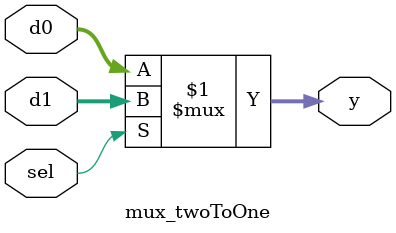
<source format=sv>
`timescale 1ns / 1ps
module mux_twoToOne #(parameter WIDTH = 32) (
    input logic [WIDTH-1:0] d0, d1, 
    input logic sel, 
    output logic [WIDTH-1:0] y
);

assign y = sel ? d1 : d0; 

endmodule
</source>
